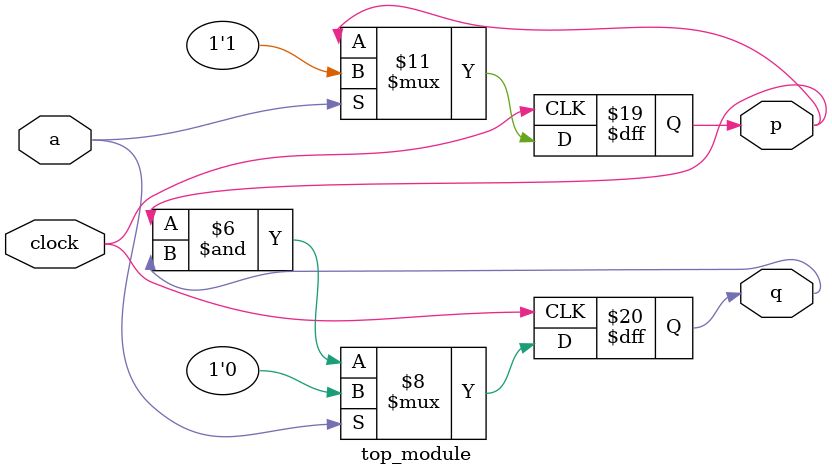
<source format=sv>
module top_module (
  input clock,
  input a,
  output reg p,
  output reg q
);
    
  reg p_reg, q_reg;
  
  always @(posedge clock) begin
    if(a == 1'b1) begin
      p_reg <= 1'b1;
      q_reg <= 1'b0;
    end
    else begin
      p_reg <= p_reg;
      q_reg <= p_reg & q_reg;
    end
  end
  
  always @(posedge clock) begin
    if(a == 1'b1) begin
      p <= 1'b1;
      q <= 1'b0;
    end
    else begin
      p <= p;
      q <= p & q;
    end
  end
  
endmodule

</source>
